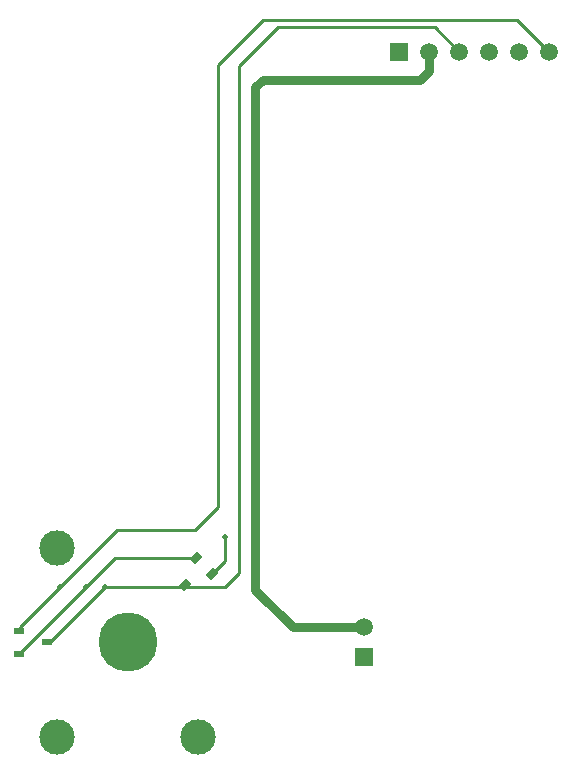
<source format=gbl>
G04 Layer_Physical_Order=2*
G04 Layer_Color=16711680*
%FSLAX25Y25*%
%MOIN*%
G70*
G01*
G75*
G04:AMPARAMS|DCode=10|XSize=23.62mil|YSize=37.4mil|CornerRadius=0mil|HoleSize=0mil|Usage=FLASHONLY|Rotation=315.000|XOffset=0mil|YOffset=0mil|HoleType=Round|Shape=Rectangle|*
%AMROTATEDRECTD10*
4,1,4,-0.02158,-0.00487,0.00487,0.02158,0.02158,0.00487,-0.00487,-0.02158,-0.02158,-0.00487,0.0*
%
%ADD10ROTATEDRECTD10*%

%ADD11R,0.03740X0.02362*%
%ADD12C,0.01000*%
%ADD13C,0.03000*%
%ADD14C,0.11811*%
%ADD15C,0.19685*%
%ADD16R,0.05906X0.05906*%
%ADD17C,0.05906*%
%ADD18R,0.05906X0.05906*%
%ADD19C,0.02000*%
D10*
X18973Y18973D02*
D03*
X28160Y22871D02*
D03*
X22871Y28160D02*
D03*
D11*
X-26870Y0D02*
D03*
X-36122Y3740D02*
D03*
Y-3740D02*
D03*
D12*
X-13941Y18441D01*
X-7500Y18500D02*
X32500D01*
X129902Y207500D02*
X140551Y196850D01*
X45000Y207500D02*
X129902D01*
X30000Y192500D02*
X45000Y207500D01*
X30000Y45000D02*
Y192500D01*
X102402Y205000D02*
X110551Y196850D01*
X50000Y205000D02*
X102402D01*
X37000Y192000D02*
X50000Y205000D01*
X-4340Y28160D02*
X22871D01*
X-14000Y18500D02*
X-4340Y28160D01*
X32500Y27211D02*
Y35000D01*
X37000Y23000D02*
Y192000D01*
X32500Y18500D02*
X37000Y23000D01*
X28160Y22871D02*
X32500Y27211D01*
X22500Y37500D02*
X30000Y45000D01*
X-3500Y37500D02*
X22500D01*
X-22500Y18500D02*
X-3500Y37500D01*
X-36000Y5000D02*
X-22500Y18500D01*
X-36000Y3862D02*
Y5000D01*
X-36122Y3740D02*
X-36000Y3862D01*
X-26000Y0D02*
X-7500Y18500D01*
X-26870Y0D02*
X-26000D01*
D13*
X45000Y187500D02*
X97500D01*
X100551Y190551D01*
Y196850D01*
X42500Y17500D02*
Y185000D01*
X45000Y187500D01*
X42500Y17500D02*
X55000Y5000D01*
X78740D01*
D14*
X-23622Y31496D02*
D03*
X23622Y-31496D02*
D03*
X-23622D02*
D03*
D15*
X0Y0D02*
D03*
D16*
X90551Y196850D02*
D03*
D17*
X100551D02*
D03*
X110551D02*
D03*
X120551D02*
D03*
X130551D02*
D03*
X140551D02*
D03*
X78740Y5000D02*
D03*
D18*
Y-5000D02*
D03*
D19*
X32500Y35000D02*
D03*
X-22500Y18500D02*
D03*
X-14000D02*
D03*
X-7500D02*
D03*
M02*

</source>
